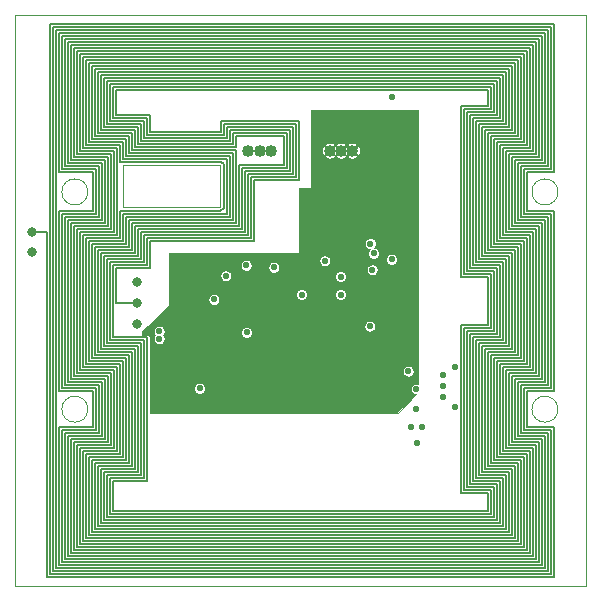
<source format=gbr>
%TF.GenerationSoftware,KiCad,Pcbnew,(5.1.4)-1*%
%TF.CreationDate,2019-10-25T20:37:58-07:00*%
%TF.ProjectId,SolarCellZ_v1,536f6c61-7243-4656-9c6c-5a5f76312e6b,rev?*%
%TF.SameCoordinates,Original*%
%TF.FileFunction,Copper,L4,Inr*%
%TF.FilePolarity,Positive*%
%FSLAX46Y46*%
G04 Gerber Fmt 4.6, Leading zero omitted, Abs format (unit mm)*
G04 Created by KiCad (PCBNEW (5.1.4)-1) date 2019-10-25 20:37:58*
%MOMM*%
%LPD*%
G04 APERTURE LIST*
%ADD10C,0.050000*%
%ADD11C,1.016000*%
%ADD12C,0.584200*%
%ADD13C,0.800000*%
%ADD14C,0.127000*%
%ADD15C,0.088900*%
G04 APERTURE END LIST*
D10*
X99200000Y-52750000D02*
X99200000Y-56250000D01*
X99200000Y-56250000D02*
X107400000Y-56250000D01*
X107400000Y-52750000D02*
X107400000Y-56250000D01*
X99200000Y-52750000D02*
X107400000Y-52750000D01*
X96200000Y-73400000D02*
G75*
G03X96200000Y-73400000I-1100000J0D01*
G01*
X136000000Y-73400000D02*
G75*
G03X136000000Y-73400000I-1100000J0D01*
G01*
X136000000Y-55000000D02*
G75*
G03X136000000Y-55000000I-1100000J0D01*
G01*
X96200000Y-55000000D02*
G75*
G03X96200000Y-55000000I-1100000J0D01*
G01*
X138400000Y-88400000D02*
X90000000Y-88400000D01*
X90000000Y-88400000D02*
X90000000Y-40000000D01*
X138400000Y-40000000D02*
X138400000Y-88400000D01*
X90000000Y-40000000D02*
X138400000Y-40000000D01*
D11*
X116700000Y-51500000D03*
X117650000Y-51500000D03*
X111700000Y-51500000D03*
X110750000Y-51500000D03*
X118600000Y-51500000D03*
X109800000Y-51500000D03*
D12*
X126301500Y-71437500D03*
X124015500Y-71691500D03*
X120268110Y-61604791D03*
X120078500Y-66357500D03*
X127254000Y-69786500D03*
X123317000Y-70167500D03*
X107032512Y-65473693D03*
X109654340Y-64046100D03*
X113411000Y-70548500D03*
X110253760Y-64708256D03*
X108983760Y-64708256D03*
X110261400Y-63439040D03*
X108983760Y-63463656D03*
X122237500Y-62357000D03*
X123253500Y-62357000D03*
X122301000Y-73088500D03*
X127254000Y-73215500D03*
X126301500Y-70485000D03*
X120111294Y-59382647D03*
X126238000Y-72390000D03*
X120396000Y-60198000D03*
X121920000Y-60706000D03*
X121920000Y-46990000D03*
X124015500Y-73406000D03*
X117602000Y-62166500D03*
X116268500Y-60833000D03*
X109644160Y-66892656D03*
X107886500Y-62103000D03*
X114299990Y-63690500D03*
X124045117Y-76257156D03*
X117602000Y-63690500D03*
X109601000Y-61214000D03*
X111950500Y-61380850D03*
X105664000Y-71628000D03*
X106874656Y-64098656D03*
X102235000Y-67437000D03*
X102235000Y-66802000D03*
D13*
X91440000Y-58420000D03*
X91440000Y-60071000D03*
X100330000Y-64389000D03*
X100330000Y-62611000D03*
X100330000Y-66167000D03*
D12*
X124523500Y-74866500D03*
X123571000Y-74866500D03*
D14*
X98552000Y-64389000D02*
X100330000Y-64389000D01*
X98552000Y-61468000D02*
X98552000Y-64389000D01*
X101473000Y-61468000D02*
X98552000Y-61468000D01*
X101473000Y-59182000D02*
X101473000Y-61468000D01*
X110236000Y-59182000D02*
X101473000Y-59182000D01*
X110236000Y-53975000D02*
X110236000Y-59182000D01*
X114046000Y-53975000D02*
X110236000Y-53975000D01*
X114046000Y-49022000D02*
X114046000Y-53975000D01*
X107442000Y-49022000D02*
X114046000Y-49022000D01*
X107442000Y-49911000D02*
X107442000Y-49022000D01*
X101473000Y-49911000D02*
X107442000Y-49911000D01*
X101473000Y-48514000D02*
X101473000Y-49911000D01*
X98552000Y-48514000D02*
X101473000Y-48514000D01*
X98552000Y-46355000D02*
X98552000Y-48514000D01*
X130048000Y-46355000D02*
X98552000Y-46355000D01*
X130048000Y-47752000D02*
X130048000Y-46355000D01*
X127762000Y-47752000D02*
X130048000Y-47752000D01*
X127762000Y-62230000D02*
X127762000Y-47752000D01*
X130048000Y-62230000D02*
X127762000Y-62230000D01*
X130048000Y-66294000D02*
X130048000Y-62230000D01*
X127762000Y-66294000D02*
X130048000Y-66294000D01*
X127762000Y-80518000D02*
X127762000Y-66294000D01*
X130048000Y-80518000D02*
X127762000Y-80518000D01*
X130048000Y-82042000D02*
X130048000Y-80518000D01*
X98298000Y-82042000D02*
X130048000Y-82042000D01*
X98298000Y-79502000D02*
X98298000Y-82042000D01*
X101219000Y-79502000D02*
X98298000Y-79502000D01*
X101219000Y-67310000D02*
X101219000Y-79502000D01*
X98298000Y-67310000D02*
X101219000Y-67310000D01*
X98298000Y-61214000D02*
X98298000Y-67310000D01*
X101219000Y-61214000D02*
X98298000Y-61214000D01*
X101219000Y-58928000D02*
X101219000Y-61214000D01*
X109982000Y-58928000D02*
X101219000Y-58928000D01*
X109982000Y-53721000D02*
X109982000Y-58928000D01*
X113792000Y-53721000D02*
X109982000Y-53721000D01*
X113792000Y-49276000D02*
X113792000Y-53721000D01*
X107696000Y-49276000D02*
X113792000Y-49276000D01*
X107696000Y-50165000D02*
X107696000Y-49276000D01*
X101219000Y-50165000D02*
X107696000Y-50165000D01*
X101219000Y-48768000D02*
X101219000Y-50165000D01*
X98298000Y-48768000D02*
X101219000Y-48768000D01*
X98298000Y-46101000D02*
X98298000Y-48768000D01*
X130302000Y-46101000D02*
X98298000Y-46101000D01*
X130302000Y-48006000D02*
X130302000Y-46101000D01*
X128016000Y-48006000D02*
X130302000Y-48006000D01*
X128016000Y-61976000D02*
X128016000Y-48006000D01*
X130302000Y-61976000D02*
X128016000Y-61976000D01*
X130302000Y-66548000D02*
X130302000Y-61976000D01*
X128016000Y-66548000D02*
X130302000Y-66548000D01*
X128016000Y-80264000D02*
X128016000Y-66548000D01*
X130302000Y-80264000D02*
X128016000Y-80264000D01*
X130302000Y-82296000D02*
X130302000Y-80264000D01*
X98044000Y-82296000D02*
X130302000Y-82296000D01*
X98044000Y-79248000D02*
X98044000Y-82296000D01*
X100965000Y-79248000D02*
X98044000Y-79248000D01*
X100965000Y-67564000D02*
X100965000Y-79248000D01*
X98044000Y-67564000D02*
X100965000Y-67564000D01*
X98044000Y-60960000D02*
X98044000Y-67564000D01*
X100965000Y-60960000D02*
X98044000Y-60960000D01*
X100965000Y-58674000D02*
X100965000Y-60960000D01*
X109728000Y-58674000D02*
X100965000Y-58674000D01*
X109728000Y-53467000D02*
X109728000Y-58674000D01*
X113538000Y-53467000D02*
X109728000Y-53467000D01*
X113538000Y-49530000D02*
X113538000Y-53467000D01*
X107950000Y-49530000D02*
X113538000Y-49530000D01*
X107950000Y-50419000D02*
X107950000Y-49530000D01*
X100965000Y-50419000D02*
X107950000Y-50419000D01*
X100965000Y-49022000D02*
X100965000Y-50419000D01*
X98044000Y-49022000D02*
X100965000Y-49022000D01*
X98044000Y-45847000D02*
X98044000Y-49022000D01*
X130556000Y-45847000D02*
X98044000Y-45847000D01*
X130556000Y-48260000D02*
X130556000Y-45847000D01*
X128270000Y-48260000D02*
X130556000Y-48260000D01*
X128270000Y-61722000D02*
X128270000Y-48260000D01*
X130556000Y-61722000D02*
X128270000Y-61722000D01*
X130556000Y-66802000D02*
X130556000Y-61722000D01*
X128270000Y-66802000D02*
X130556000Y-66802000D01*
X128270000Y-80010000D02*
X128270000Y-66802000D01*
X130556000Y-80010000D02*
X128270000Y-80010000D01*
X130556000Y-82550000D02*
X130556000Y-80010000D01*
X97790000Y-82550000D02*
X130556000Y-82550000D01*
X97790000Y-78994000D02*
X97790000Y-82550000D01*
X100711000Y-78994000D02*
X97790000Y-78994000D01*
X100711000Y-67818000D02*
X100711000Y-78994000D01*
X97790000Y-67818000D02*
X100711000Y-67818000D01*
X97790000Y-60706000D02*
X97790000Y-67818000D01*
X100711000Y-60706000D02*
X97790000Y-60706000D01*
X100711000Y-58420000D02*
X100711000Y-60706000D01*
X109474000Y-58420000D02*
X100711000Y-58420000D01*
X109474000Y-53213000D02*
X109474000Y-58420000D01*
X113284000Y-53213000D02*
X109474000Y-53213000D01*
X113284000Y-49784000D02*
X113284000Y-53213000D01*
X108204000Y-49784000D02*
X113284000Y-49784000D01*
X108204000Y-50673000D02*
X108204000Y-49784000D01*
X100711000Y-50673000D02*
X108204000Y-50673000D01*
X100711000Y-49276000D02*
X100711000Y-50673000D01*
X97790000Y-49276000D02*
X100711000Y-49276000D01*
X97790000Y-45593000D02*
X97790000Y-49276000D01*
X130810000Y-45593000D02*
X97790000Y-45593000D01*
X130810000Y-48514000D02*
X130810000Y-45593000D01*
X128524000Y-48514000D02*
X130810000Y-48514000D01*
X128524000Y-61468000D02*
X128524000Y-48514000D01*
X130810000Y-61468000D02*
X128524000Y-61468000D01*
X130810000Y-67056000D02*
X130810000Y-61468000D01*
X128524000Y-67056000D02*
X130810000Y-67056000D01*
X128524000Y-79756000D02*
X128524000Y-67056000D01*
X130810000Y-79756000D02*
X128524000Y-79756000D01*
X130810000Y-82804000D02*
X130810000Y-79756000D01*
X97536000Y-82804000D02*
X130810000Y-82804000D01*
X97536000Y-78740000D02*
X97536000Y-82804000D01*
X100457000Y-78740000D02*
X97536000Y-78740000D01*
X100457000Y-68072000D02*
X100457000Y-78740000D01*
X97536000Y-68072000D02*
X100457000Y-68072000D01*
X97536000Y-60452000D02*
X97536000Y-68072000D01*
X100457000Y-60452000D02*
X97536000Y-60452000D01*
X100457000Y-58166000D02*
X100457000Y-60452000D01*
X109220000Y-58166000D02*
X100457000Y-58166000D01*
X109220000Y-52959000D02*
X109220000Y-58166000D01*
X113030000Y-52959000D02*
X109220000Y-52959000D01*
X113030000Y-50038000D02*
X113030000Y-52959000D01*
X108458000Y-50038000D02*
X113030000Y-50038000D01*
X108458000Y-50927000D02*
X108458000Y-50038000D01*
X100457000Y-50927000D02*
X108458000Y-50927000D01*
X100457000Y-49530000D02*
X100457000Y-50927000D01*
X97536000Y-49530000D02*
X100457000Y-49530000D01*
X97536000Y-45339000D02*
X97536000Y-49530000D01*
X131064000Y-45339000D02*
X97536000Y-45339000D01*
X131064000Y-48768000D02*
X131064000Y-45339000D01*
X128778000Y-48768000D02*
X131064000Y-48768000D01*
X128778000Y-61214000D02*
X128778000Y-48768000D01*
X131064000Y-61214000D02*
X128778000Y-61214000D01*
X131064000Y-67310000D02*
X131064000Y-61214000D01*
X128778000Y-67310000D02*
X131064000Y-67310000D01*
X128778000Y-79502000D02*
X128778000Y-67310000D01*
X131064000Y-79502000D02*
X128778000Y-79502000D01*
X131064000Y-83058000D02*
X131064000Y-79502000D01*
X97282000Y-83058000D02*
X131064000Y-83058000D01*
X97282000Y-78486000D02*
X97282000Y-83058000D01*
X100203000Y-78486000D02*
X97282000Y-78486000D01*
X100203000Y-68326000D02*
X100203000Y-78486000D01*
X97282000Y-68326000D02*
X100203000Y-68326000D01*
X97282000Y-60198000D02*
X97282000Y-68326000D01*
X100203000Y-60198000D02*
X97282000Y-60198000D01*
X100203000Y-57912000D02*
X100203000Y-60198000D01*
X108966000Y-57912000D02*
X100203000Y-57912000D01*
X108966000Y-52705000D02*
X108966000Y-57912000D01*
X112776000Y-52705000D02*
X108966000Y-52705000D01*
X112776000Y-50292000D02*
X112776000Y-52705000D01*
X108712000Y-50292000D02*
X112776000Y-50292000D01*
X108712000Y-51181000D02*
X108712000Y-50292000D01*
X100203000Y-51181000D02*
X108712000Y-51181000D01*
X100203000Y-49784000D02*
X100203000Y-51181000D01*
X97282000Y-49784000D02*
X100203000Y-49784000D01*
X97282000Y-45085000D02*
X97282000Y-49784000D01*
X131318000Y-45085000D02*
X97282000Y-45085000D01*
X131318000Y-49022000D02*
X131318000Y-45085000D01*
X129032000Y-49022000D02*
X131318000Y-49022000D01*
X129032000Y-60960000D02*
X129032000Y-49022000D01*
X131318000Y-60960000D02*
X129032000Y-60960000D01*
X131318000Y-67564000D02*
X131318000Y-60960000D01*
X129032000Y-67564000D02*
X131318000Y-67564000D01*
X129032000Y-79248000D02*
X129032000Y-67564000D01*
X131318000Y-79248000D02*
X129032000Y-79248000D01*
X131318000Y-83312000D02*
X131318000Y-79248000D01*
X97028000Y-83312000D02*
X131318000Y-83312000D01*
X97028000Y-78232000D02*
X97028000Y-83312000D01*
X99949000Y-78232000D02*
X97028000Y-78232000D01*
X99949000Y-68580000D02*
X99949000Y-78232000D01*
X97028000Y-68580000D02*
X99949000Y-68580000D01*
X133350000Y-69596000D02*
X133350000Y-58928000D01*
X131064000Y-69596000D02*
X133350000Y-69596000D01*
X131064000Y-77216000D02*
X131064000Y-69596000D01*
X133350000Y-77216000D02*
X131064000Y-77216000D01*
X94996000Y-76200000D02*
X94996000Y-85344000D01*
X97917000Y-52070000D02*
X97917000Y-57912000D01*
X94996000Y-52070000D02*
X97917000Y-52070000D01*
X94996000Y-42799000D02*
X94996000Y-52070000D01*
X133604000Y-42799000D02*
X94996000Y-42799000D01*
X133604000Y-51308000D02*
X133604000Y-42799000D01*
X131318000Y-51308000D02*
X133604000Y-51308000D01*
X131318000Y-58674000D02*
X131318000Y-51308000D01*
X133604000Y-69850000D02*
X133604000Y-58674000D01*
X131318000Y-69850000D02*
X133604000Y-69850000D01*
X131318000Y-76962000D02*
X131318000Y-69850000D01*
X133604000Y-85598000D02*
X133604000Y-76962000D01*
X94742000Y-85598000D02*
X133604000Y-85598000D01*
X94742000Y-75946000D02*
X94742000Y-85598000D01*
X97663000Y-75946000D02*
X94742000Y-75946000D01*
X97663000Y-70866000D02*
X97663000Y-75946000D01*
X94742000Y-70866000D02*
X97663000Y-70866000D01*
X94742000Y-57658000D02*
X94742000Y-70866000D01*
X97663000Y-57658000D02*
X94742000Y-57658000D01*
X97663000Y-52324000D02*
X97663000Y-57658000D01*
X94742000Y-52324000D02*
X97663000Y-52324000D01*
X94742000Y-42545000D02*
X94742000Y-52324000D01*
X133858000Y-51562000D02*
X133858000Y-42545000D01*
X131572000Y-51562000D02*
X133858000Y-51562000D01*
X131572000Y-58420000D02*
X131572000Y-51562000D01*
X133858000Y-58420000D02*
X131572000Y-58420000D01*
X133858000Y-70104000D02*
X133858000Y-58420000D01*
X131572000Y-70104000D02*
X133858000Y-70104000D01*
X131572000Y-76708000D02*
X131572000Y-70104000D01*
X133858000Y-76708000D02*
X131572000Y-76708000D01*
X133858000Y-85852000D02*
X133858000Y-76708000D01*
X94488000Y-85852000D02*
X133858000Y-85852000D01*
X94488000Y-75692000D02*
X94488000Y-85852000D01*
X97409000Y-75692000D02*
X94488000Y-75692000D01*
X97409000Y-71120000D02*
X97409000Y-75692000D01*
X97409000Y-57404000D02*
X94488000Y-57404000D01*
X97409000Y-52578000D02*
X97409000Y-57404000D01*
X94488000Y-52578000D02*
X97409000Y-52578000D01*
X94488000Y-42291000D02*
X94488000Y-52578000D01*
X134112000Y-51816000D02*
X134112000Y-42291000D01*
X131826000Y-51816000D02*
X134112000Y-51816000D01*
X131826000Y-58166000D02*
X131826000Y-51816000D01*
X134112000Y-58166000D02*
X131826000Y-58166000D01*
X134112000Y-70358000D02*
X134112000Y-58166000D01*
X131826000Y-70358000D02*
X134112000Y-70358000D01*
X131826000Y-76454000D02*
X131826000Y-70358000D01*
X134112000Y-76454000D02*
X131826000Y-76454000D01*
X134112000Y-86106000D02*
X134112000Y-76454000D01*
X94234000Y-86106000D02*
X134112000Y-86106000D01*
X94234000Y-75438000D02*
X94234000Y-86106000D01*
X97155000Y-75438000D02*
X94234000Y-75438000D01*
X94234000Y-71374000D02*
X97155000Y-71374000D01*
X94234000Y-57150000D02*
X94234000Y-71374000D01*
X97155000Y-57150000D02*
X94234000Y-57150000D01*
X97155000Y-52832000D02*
X97155000Y-57150000D01*
X94234000Y-52832000D02*
X97155000Y-52832000D01*
X94234000Y-42037000D02*
X94234000Y-52832000D01*
X134366000Y-42037000D02*
X94234000Y-42037000D01*
X133350000Y-85344000D02*
X133350000Y-77216000D01*
X134366000Y-52070000D02*
X134366000Y-42037000D01*
X132080000Y-52070000D02*
X134366000Y-52070000D01*
X132080000Y-57912000D02*
X132080000Y-52070000D01*
X134366000Y-57912000D02*
X132080000Y-57912000D01*
X134366000Y-70612000D02*
X134366000Y-57912000D01*
X97917000Y-57912000D02*
X94996000Y-57912000D01*
X132080000Y-70612000D02*
X134366000Y-70612000D01*
X132080000Y-76200000D02*
X132080000Y-70612000D01*
X134366000Y-76200000D02*
X132080000Y-76200000D01*
X94996000Y-85344000D02*
X133350000Y-85344000D01*
X134366000Y-86360000D02*
X134366000Y-76200000D01*
X93980000Y-86360000D02*
X134366000Y-86360000D01*
X135128000Y-52832000D02*
X135128000Y-41275000D01*
X135128000Y-57150000D02*
X132842000Y-57150000D01*
X135128000Y-71374000D02*
X135128000Y-57150000D01*
X135128000Y-75438000D02*
X132842000Y-75438000D01*
X133096000Y-53086000D02*
X135382000Y-53086000D01*
X133096000Y-56896000D02*
X133096000Y-53086000D01*
X135382000Y-71628000D02*
X135382000Y-56896000D01*
X133096000Y-71628000D02*
X135382000Y-71628000D01*
X134620000Y-57658000D02*
X132334000Y-57658000D01*
X135128000Y-87122000D02*
X135128000Y-75438000D01*
X133096000Y-75184000D02*
X133096000Y-71628000D01*
X99949000Y-57658000D02*
X99949000Y-59944000D01*
X132842000Y-57150000D02*
X132842000Y-52832000D01*
X135382000Y-75184000D02*
X133096000Y-75184000D01*
X96774000Y-59690000D02*
X96774000Y-68834000D01*
X93218000Y-41021000D02*
X93218000Y-87122000D01*
X135382000Y-41021000D02*
X93218000Y-41021000D01*
X97155000Y-71374000D02*
X97155000Y-75438000D01*
X135382000Y-56896000D02*
X133096000Y-56896000D01*
X131572000Y-78994000D02*
X129286000Y-78994000D01*
X133350000Y-74930000D02*
X133350000Y-71882000D01*
X97028000Y-59944000D02*
X97028000Y-68580000D01*
X96647000Y-71882000D02*
X96647000Y-74930000D01*
X135636000Y-87630000D02*
X135636000Y-74930000D01*
X131826000Y-83820000D02*
X131826000Y-78740000D01*
X132588000Y-52578000D02*
X134874000Y-52578000D01*
X91440000Y-58420000D02*
X92710000Y-58420000D01*
X108204000Y-57150000D02*
X99441000Y-57150000D01*
X132842000Y-52832000D02*
X135128000Y-52832000D01*
X93218000Y-87122000D02*
X135128000Y-87122000D01*
X92710000Y-58420000D02*
X92710000Y-87630000D01*
X135636000Y-74930000D02*
X133350000Y-74930000D01*
X94488000Y-71120000D02*
X97409000Y-71120000D01*
X133350000Y-71882000D02*
X135636000Y-71882000D01*
X99441000Y-57150000D02*
X99441000Y-59436000D01*
X93726000Y-41529000D02*
X93726000Y-53340000D01*
X132842000Y-75438000D02*
X132842000Y-71374000D01*
X133858000Y-42545000D02*
X94742000Y-42545000D01*
X133350000Y-53340000D02*
X135636000Y-53340000D01*
X96520000Y-83820000D02*
X131826000Y-83820000D01*
X135636000Y-71882000D02*
X135636000Y-56642000D01*
X94488000Y-57404000D02*
X94488000Y-71120000D01*
X135382000Y-53086000D02*
X135382000Y-41021000D01*
X99441000Y-77724000D02*
X96520000Y-77724000D01*
X96647000Y-74930000D02*
X93726000Y-74930000D01*
X92964000Y-87376000D02*
X135382000Y-87376000D01*
X99695000Y-68834000D02*
X99695000Y-77978000D01*
X93980000Y-41783000D02*
X93980000Y-53086000D01*
X135636000Y-56642000D02*
X133350000Y-56642000D01*
X99695000Y-57404000D02*
X99695000Y-59690000D01*
X93980000Y-56896000D02*
X93980000Y-71628000D01*
X132842000Y-71374000D02*
X135128000Y-71374000D01*
X133350000Y-56642000D02*
X133350000Y-53340000D01*
X135636000Y-40767000D02*
X92964000Y-40767000D01*
X134112000Y-42291000D02*
X94488000Y-42291000D01*
X92710000Y-87630000D02*
X135636000Y-87630000D01*
X99695000Y-51689000D02*
X108458000Y-51689000D01*
X93726000Y-86614000D02*
X134620000Y-86614000D01*
X97917000Y-76200000D02*
X94996000Y-76200000D01*
X135636000Y-53340000D02*
X135636000Y-40767000D01*
X133604000Y-76962000D02*
X131318000Y-76962000D01*
X92964000Y-40767000D02*
X92964000Y-87376000D01*
X131572000Y-44831000D02*
X97028000Y-44831000D01*
X134874000Y-86868000D02*
X134874000Y-75692000D01*
X133604000Y-58674000D02*
X131318000Y-58674000D01*
X135382000Y-87376000D02*
X135382000Y-75184000D01*
X96520000Y-50546000D02*
X99441000Y-50546000D01*
X94996000Y-57912000D02*
X94996000Y-70612000D01*
X135128000Y-41275000D02*
X93472000Y-41275000D01*
X94996000Y-70612000D02*
X97917000Y-70612000D01*
X93472000Y-41275000D02*
X93472000Y-86868000D01*
X93472000Y-86868000D02*
X134874000Y-86868000D01*
X134874000Y-75692000D02*
X132588000Y-75692000D01*
X132588000Y-75692000D02*
X132588000Y-71120000D01*
X132588000Y-71120000D02*
X134874000Y-71120000D01*
X97917000Y-70612000D02*
X97917000Y-76200000D01*
X134874000Y-71120000D02*
X134874000Y-57404000D01*
X134874000Y-57404000D02*
X132588000Y-57404000D01*
X132588000Y-57404000D02*
X132588000Y-52578000D01*
X134874000Y-52578000D02*
X134874000Y-41529000D01*
X134874000Y-41529000D02*
X93726000Y-41529000D01*
X93726000Y-53340000D02*
X96647000Y-53340000D01*
X96647000Y-53340000D02*
X96647000Y-56642000D01*
X96647000Y-56642000D02*
X93726000Y-56642000D01*
X93726000Y-56642000D02*
X93726000Y-71882000D01*
X93726000Y-71882000D02*
X96647000Y-71882000D01*
X93726000Y-74930000D02*
X93726000Y-86614000D01*
X134620000Y-86614000D02*
X134620000Y-75946000D01*
X133350000Y-58928000D02*
X131064000Y-58928000D01*
X134620000Y-75946000D02*
X132334000Y-75946000D01*
X132334000Y-75946000D02*
X132334000Y-70866000D01*
X132334000Y-70866000D02*
X134620000Y-70866000D01*
X134620000Y-70866000D02*
X134620000Y-57658000D01*
X132334000Y-57658000D02*
X132334000Y-52324000D01*
X131064000Y-58928000D02*
X131064000Y-51054000D01*
X132334000Y-52324000D02*
X134620000Y-52324000D01*
X134620000Y-52324000D02*
X134620000Y-41783000D01*
X134620000Y-41783000D02*
X93980000Y-41783000D01*
X93980000Y-53086000D02*
X96901000Y-53086000D01*
X96901000Y-53086000D02*
X96901000Y-56896000D01*
X96901000Y-56896000D02*
X93980000Y-56896000D01*
X93980000Y-71628000D02*
X96901000Y-71628000D01*
X96901000Y-71628000D02*
X96901000Y-75184000D01*
X96901000Y-75184000D02*
X93980000Y-75184000D01*
X93980000Y-75184000D02*
X93980000Y-86360000D01*
X131064000Y-51054000D02*
X133350000Y-51054000D01*
X133350000Y-51054000D02*
X133350000Y-43053000D01*
X133350000Y-43053000D02*
X95250000Y-43053000D01*
X95250000Y-43053000D02*
X95250000Y-51816000D01*
X95250000Y-51816000D02*
X98171000Y-51816000D01*
X98171000Y-51816000D02*
X98171000Y-58166000D01*
X98171000Y-58166000D02*
X95250000Y-58166000D01*
X95250000Y-58166000D02*
X95250000Y-70358000D01*
X95250000Y-70358000D02*
X98171000Y-70358000D01*
X98171000Y-70358000D02*
X98171000Y-76454000D01*
X98171000Y-76454000D02*
X95250000Y-76454000D01*
X95250000Y-76454000D02*
X95250000Y-85090000D01*
X95250000Y-85090000D02*
X133096000Y-85090000D01*
X133096000Y-85090000D02*
X133096000Y-77470000D01*
X133096000Y-77470000D02*
X130810000Y-77470000D01*
X130810000Y-77470000D02*
X130810000Y-69342000D01*
X130810000Y-69342000D02*
X133096000Y-69342000D01*
X133096000Y-69342000D02*
X133096000Y-59182000D01*
X133096000Y-59182000D02*
X130810000Y-59182000D01*
X130810000Y-59182000D02*
X130810000Y-50800000D01*
X130810000Y-50800000D02*
X133096000Y-50800000D01*
X133096000Y-50800000D02*
X133096000Y-43307000D01*
X133096000Y-43307000D02*
X95504000Y-43307000D01*
X95504000Y-43307000D02*
X95504000Y-51562000D01*
X95504000Y-51562000D02*
X98425000Y-51562000D01*
X98425000Y-51562000D02*
X98425000Y-58420000D01*
X98425000Y-58420000D02*
X95504000Y-58420000D01*
X95504000Y-58420000D02*
X95504000Y-70104000D01*
X95504000Y-70104000D02*
X98425000Y-70104000D01*
X98425000Y-70104000D02*
X98425000Y-76708000D01*
X98425000Y-76708000D02*
X95504000Y-76708000D01*
X95504000Y-76708000D02*
X95504000Y-84836000D01*
X95504000Y-84836000D02*
X132842000Y-84836000D01*
X132842000Y-84836000D02*
X132842000Y-77724000D01*
X132842000Y-77724000D02*
X130556000Y-77724000D01*
X130556000Y-77724000D02*
X130556000Y-69088000D01*
X130556000Y-69088000D02*
X132842000Y-69088000D01*
X132842000Y-69088000D02*
X132842000Y-59436000D01*
X132842000Y-59436000D02*
X130556000Y-59436000D01*
X130556000Y-59436000D02*
X130556000Y-50546000D01*
X130556000Y-50546000D02*
X132842000Y-50546000D01*
X132842000Y-50546000D02*
X132842000Y-43561000D01*
X132842000Y-43561000D02*
X95758000Y-43561000D01*
X95758000Y-43561000D02*
X95758000Y-51308000D01*
X95758000Y-51308000D02*
X98679000Y-51308000D01*
X98679000Y-51308000D02*
X98679000Y-58674000D01*
X98679000Y-58674000D02*
X95758000Y-58674000D01*
X95758000Y-58674000D02*
X95758000Y-69850000D01*
X95758000Y-69850000D02*
X98679000Y-69850000D01*
X98679000Y-69850000D02*
X98679000Y-76962000D01*
X98679000Y-76962000D02*
X95758000Y-76962000D01*
X95758000Y-76962000D02*
X95758000Y-84582000D01*
X95758000Y-84582000D02*
X132588000Y-84582000D01*
X132588000Y-84582000D02*
X132588000Y-77978000D01*
X132588000Y-77978000D02*
X130302000Y-77978000D01*
X130302000Y-77978000D02*
X130302000Y-68834000D01*
X130302000Y-68834000D02*
X132588000Y-68834000D01*
X132588000Y-68834000D02*
X132588000Y-59690000D01*
X132588000Y-59690000D02*
X130302000Y-59690000D01*
X130302000Y-59690000D02*
X130302000Y-50292000D01*
X130302000Y-50292000D02*
X132588000Y-50292000D01*
X132588000Y-50292000D02*
X132588000Y-43815000D01*
X132588000Y-43815000D02*
X96012000Y-43815000D01*
X96012000Y-43815000D02*
X96012000Y-51054000D01*
X96012000Y-51054000D02*
X98933000Y-51054000D01*
X98933000Y-51054000D02*
X98933000Y-52451000D01*
X98933000Y-52451000D02*
X107509014Y-52451000D01*
X107509014Y-52451000D02*
X107688510Y-52630496D01*
X107688510Y-52630496D02*
X107688510Y-56369504D01*
X107688510Y-56369504D02*
X107416014Y-56642000D01*
X107416014Y-56642000D02*
X98933000Y-56642000D01*
X98933000Y-56642000D02*
X98933000Y-58928000D01*
X98933000Y-58928000D02*
X96012000Y-58928000D01*
X96012000Y-58928000D02*
X96012000Y-69596000D01*
X96012000Y-69596000D02*
X98933000Y-69596000D01*
X98933000Y-69596000D02*
X98933000Y-77216000D01*
X98933000Y-77216000D02*
X96012000Y-77216000D01*
X96012000Y-77216000D02*
X96012000Y-84328000D01*
X96012000Y-84328000D02*
X132334000Y-84328000D01*
X132334000Y-84328000D02*
X132334000Y-78232000D01*
X132334000Y-78232000D02*
X130048000Y-78232000D01*
X130048000Y-78232000D02*
X130048000Y-68580000D01*
X130048000Y-68580000D02*
X132334000Y-68580000D01*
X132334000Y-68580000D02*
X132334000Y-59944000D01*
X132334000Y-59944000D02*
X130048000Y-59944000D01*
X130048000Y-59944000D02*
X130048000Y-50038000D01*
X130048000Y-50038000D02*
X132334000Y-50038000D01*
X132334000Y-50038000D02*
X132334000Y-44069000D01*
X132334000Y-44069000D02*
X96266000Y-44069000D01*
X96266000Y-44069000D02*
X96266000Y-50800000D01*
X96266000Y-50800000D02*
X99187000Y-50800000D01*
X99187000Y-50800000D02*
X99187000Y-52197000D01*
X99187000Y-52197000D02*
X107950000Y-52197000D01*
X107950000Y-52197000D02*
X107950000Y-56896000D01*
X107950000Y-56896000D02*
X99187000Y-56896000D01*
X99187000Y-56896000D02*
X99187000Y-59182000D01*
X99187000Y-59182000D02*
X96266000Y-59182000D01*
X96266000Y-59182000D02*
X96266000Y-69342000D01*
X96266000Y-69342000D02*
X99187000Y-69342000D01*
X99187000Y-69342000D02*
X99187000Y-77470000D01*
X99187000Y-77470000D02*
X96266000Y-77470000D01*
X96266000Y-77470000D02*
X96266000Y-84074000D01*
X96266000Y-84074000D02*
X132080000Y-84074000D01*
X132080000Y-84074000D02*
X132080000Y-78486000D01*
X132080000Y-78486000D02*
X129794000Y-78486000D01*
X129794000Y-78486000D02*
X129794000Y-68326000D01*
X129794000Y-68326000D02*
X132080000Y-68326000D01*
X132080000Y-68326000D02*
X132080000Y-60198000D01*
X132080000Y-60198000D02*
X129794000Y-60198000D01*
X129794000Y-60198000D02*
X129794000Y-49784000D01*
X129794000Y-49784000D02*
X132080000Y-49784000D01*
X132080000Y-49784000D02*
X132080000Y-44323000D01*
X132080000Y-44323000D02*
X96520000Y-44323000D01*
X96520000Y-44323000D02*
X96520000Y-50546000D01*
X99441000Y-50546000D02*
X99441000Y-51943000D01*
X99441000Y-51943000D02*
X108204000Y-51943000D01*
X108204000Y-51943000D02*
X108204000Y-57150000D01*
X99441000Y-59436000D02*
X96520000Y-59436000D01*
X96520000Y-59436000D02*
X96520000Y-69088000D01*
X96520000Y-69088000D02*
X99441000Y-69088000D01*
X99441000Y-69088000D02*
X99441000Y-77724000D01*
X96520000Y-77724000D02*
X96520000Y-83820000D01*
X131826000Y-78740000D02*
X129540000Y-78740000D01*
X129540000Y-78740000D02*
X129540000Y-68072000D01*
X129540000Y-68072000D02*
X131826000Y-68072000D01*
X131826000Y-68072000D02*
X131826000Y-60452000D01*
X131826000Y-60452000D02*
X129540000Y-60452000D01*
X129540000Y-60452000D02*
X129540000Y-49530000D01*
X129540000Y-49530000D02*
X131826000Y-49530000D01*
X131826000Y-49530000D02*
X131826000Y-44577000D01*
X131826000Y-44577000D02*
X96774000Y-44577000D01*
X96774000Y-44577000D02*
X96774000Y-50292000D01*
X96774000Y-50292000D02*
X99695000Y-50292000D01*
X99695000Y-50292000D02*
X99695000Y-51689000D01*
X108458000Y-51689000D02*
X108458000Y-57404000D01*
X108458000Y-57404000D02*
X99695000Y-57404000D01*
X99695000Y-59690000D02*
X96774000Y-59690000D01*
X96774000Y-68834000D02*
X99695000Y-68834000D01*
X99695000Y-77978000D02*
X96774000Y-77978000D01*
X96774000Y-77978000D02*
X96774000Y-83566000D01*
X96774000Y-83566000D02*
X131572000Y-83566000D01*
X131572000Y-83566000D02*
X131572000Y-78994000D01*
X129286000Y-78994000D02*
X129286000Y-67818000D01*
X129286000Y-67818000D02*
X131572000Y-67818000D01*
X131572000Y-67818000D02*
X131572000Y-60706000D01*
X131572000Y-60706000D02*
X129286000Y-60706000D01*
X129286000Y-60706000D02*
X129286000Y-49276000D01*
X129286000Y-49276000D02*
X131572000Y-49276000D01*
X131572000Y-49276000D02*
X131572000Y-44831000D01*
X97028000Y-44831000D02*
X97028000Y-50038000D01*
X97028000Y-50038000D02*
X99949000Y-50038000D01*
X99949000Y-50038000D02*
X99949000Y-51435000D01*
X99949000Y-51435000D02*
X108712000Y-51435000D01*
X108712000Y-51435000D02*
X108712000Y-57658000D01*
X108712000Y-57658000D02*
X99949000Y-57658000D01*
X99949000Y-59944000D02*
X97028000Y-59944000D01*
D15*
G36*
X124161550Y-71250253D02*
G01*
X124150713Y-71245764D01*
X124061156Y-71227950D01*
X123969844Y-71227950D01*
X123880287Y-71245764D01*
X123795927Y-71280707D01*
X123720004Y-71331437D01*
X123655437Y-71396004D01*
X123604707Y-71471927D01*
X123569764Y-71556287D01*
X123551950Y-71645844D01*
X123551950Y-71737156D01*
X123569764Y-71826713D01*
X123604707Y-71911073D01*
X123655437Y-71986996D01*
X123720004Y-72051563D01*
X123795927Y-72102293D01*
X123880287Y-72137236D01*
X123946636Y-72150434D01*
X122472613Y-73679050D01*
X101453950Y-73679050D01*
X101453950Y-71582344D01*
X105200450Y-71582344D01*
X105200450Y-71673656D01*
X105218264Y-71763213D01*
X105253207Y-71847573D01*
X105303937Y-71923496D01*
X105368504Y-71988063D01*
X105444427Y-72038793D01*
X105528787Y-72073736D01*
X105618344Y-72091550D01*
X105709656Y-72091550D01*
X105799213Y-72073736D01*
X105883573Y-72038793D01*
X105959496Y-71988063D01*
X106024063Y-71923496D01*
X106074793Y-71847573D01*
X106109736Y-71763213D01*
X106127550Y-71673656D01*
X106127550Y-71582344D01*
X106109736Y-71492787D01*
X106074793Y-71408427D01*
X106024063Y-71332504D01*
X105959496Y-71267937D01*
X105883573Y-71217207D01*
X105799213Y-71182264D01*
X105709656Y-71164450D01*
X105618344Y-71164450D01*
X105528787Y-71182264D01*
X105444427Y-71217207D01*
X105368504Y-71267937D01*
X105303937Y-71332504D01*
X105253207Y-71408427D01*
X105218264Y-71492787D01*
X105200450Y-71582344D01*
X101453950Y-71582344D01*
X101453950Y-70121844D01*
X122853450Y-70121844D01*
X122853450Y-70213156D01*
X122871264Y-70302713D01*
X122906207Y-70387073D01*
X122956937Y-70462996D01*
X123021504Y-70527563D01*
X123097427Y-70578293D01*
X123181787Y-70613236D01*
X123271344Y-70631050D01*
X123362656Y-70631050D01*
X123452213Y-70613236D01*
X123536573Y-70578293D01*
X123612496Y-70527563D01*
X123677063Y-70462996D01*
X123727793Y-70387073D01*
X123762736Y-70302713D01*
X123780550Y-70213156D01*
X123780550Y-70121844D01*
X123762736Y-70032287D01*
X123727793Y-69947927D01*
X123677063Y-69872004D01*
X123612496Y-69807437D01*
X123536573Y-69756707D01*
X123452213Y-69721764D01*
X123362656Y-69703950D01*
X123271344Y-69703950D01*
X123181787Y-69721764D01*
X123097427Y-69756707D01*
X123021504Y-69807437D01*
X122956937Y-69872004D01*
X122906207Y-69947927D01*
X122871264Y-70032287D01*
X122853450Y-70121844D01*
X101453950Y-70121844D01*
X101453950Y-67321535D01*
X101455086Y-67310000D01*
X101450550Y-67263942D01*
X101437115Y-67219654D01*
X101415298Y-67178838D01*
X101385938Y-67143062D01*
X101350162Y-67113702D01*
X101309346Y-67091885D01*
X101265058Y-67078450D01*
X101230535Y-67075050D01*
X101219000Y-67073914D01*
X101207465Y-67075050D01*
X100818950Y-67075050D01*
X100818950Y-66757279D01*
X100819911Y-66756344D01*
X101771450Y-66756344D01*
X101771450Y-66847656D01*
X101789264Y-66937213D01*
X101824207Y-67021573D01*
X101874937Y-67097496D01*
X101896941Y-67119500D01*
X101874937Y-67141504D01*
X101824207Y-67217427D01*
X101789264Y-67301787D01*
X101771450Y-67391344D01*
X101771450Y-67482656D01*
X101789264Y-67572213D01*
X101824207Y-67656573D01*
X101874937Y-67732496D01*
X101939504Y-67797063D01*
X102015427Y-67847793D01*
X102099787Y-67882736D01*
X102189344Y-67900550D01*
X102280656Y-67900550D01*
X102370213Y-67882736D01*
X102454573Y-67847793D01*
X102530496Y-67797063D01*
X102595063Y-67732496D01*
X102645793Y-67656573D01*
X102680736Y-67572213D01*
X102698550Y-67482656D01*
X102698550Y-67391344D01*
X102680736Y-67301787D01*
X102645793Y-67217427D01*
X102595063Y-67141504D01*
X102573059Y-67119500D01*
X102595063Y-67097496D01*
X102645793Y-67021573D01*
X102680736Y-66937213D01*
X102698550Y-66847656D01*
X102698550Y-66847000D01*
X109180610Y-66847000D01*
X109180610Y-66938312D01*
X109198424Y-67027869D01*
X109233367Y-67112229D01*
X109284097Y-67188152D01*
X109348664Y-67252719D01*
X109424587Y-67303449D01*
X109508947Y-67338392D01*
X109598504Y-67356206D01*
X109689816Y-67356206D01*
X109779373Y-67338392D01*
X109863733Y-67303449D01*
X109939656Y-67252719D01*
X110004223Y-67188152D01*
X110054953Y-67112229D01*
X110089896Y-67027869D01*
X110107710Y-66938312D01*
X110107710Y-66847000D01*
X110089896Y-66757443D01*
X110054953Y-66673083D01*
X110004223Y-66597160D01*
X109939656Y-66532593D01*
X109863733Y-66481863D01*
X109779373Y-66446920D01*
X109689816Y-66429106D01*
X109598504Y-66429106D01*
X109508947Y-66446920D01*
X109424587Y-66481863D01*
X109348664Y-66532593D01*
X109284097Y-66597160D01*
X109233367Y-66673083D01*
X109198424Y-66757443D01*
X109180610Y-66847000D01*
X102698550Y-66847000D01*
X102698550Y-66756344D01*
X102680736Y-66666787D01*
X102645793Y-66582427D01*
X102595063Y-66506504D01*
X102530496Y-66441937D01*
X102454573Y-66391207D01*
X102370213Y-66356264D01*
X102280656Y-66338450D01*
X102189344Y-66338450D01*
X102099787Y-66356264D01*
X102015427Y-66391207D01*
X101939504Y-66441937D01*
X101874937Y-66506504D01*
X101824207Y-66582427D01*
X101789264Y-66666787D01*
X101771450Y-66756344D01*
X100819911Y-66756344D01*
X101277111Y-66311844D01*
X119614950Y-66311844D01*
X119614950Y-66403156D01*
X119632764Y-66492713D01*
X119667707Y-66577073D01*
X119718437Y-66652996D01*
X119783004Y-66717563D01*
X119858927Y-66768293D01*
X119943287Y-66803236D01*
X120032844Y-66821050D01*
X120124156Y-66821050D01*
X120213713Y-66803236D01*
X120298073Y-66768293D01*
X120373996Y-66717563D01*
X120438563Y-66652996D01*
X120489293Y-66577073D01*
X120524236Y-66492713D01*
X120542050Y-66403156D01*
X120542050Y-66311844D01*
X120524236Y-66222287D01*
X120489293Y-66137927D01*
X120438563Y-66062004D01*
X120373996Y-65997437D01*
X120298073Y-65946707D01*
X120213713Y-65911764D01*
X120124156Y-65893950D01*
X120032844Y-65893950D01*
X119943287Y-65911764D01*
X119858927Y-65946707D01*
X119783004Y-65997437D01*
X119718437Y-66062004D01*
X119667707Y-66137927D01*
X119632764Y-66222287D01*
X119614950Y-66311844D01*
X101277111Y-66311844D01*
X103091485Y-64547870D01*
X103097107Y-64541213D01*
X103101323Y-64533587D01*
X103103969Y-64525285D01*
X103104950Y-64516000D01*
X103104950Y-64053000D01*
X106411106Y-64053000D01*
X106411106Y-64144312D01*
X106428920Y-64233869D01*
X106463863Y-64318229D01*
X106514593Y-64394152D01*
X106579160Y-64458719D01*
X106655083Y-64509449D01*
X106739443Y-64544392D01*
X106829000Y-64562206D01*
X106920312Y-64562206D01*
X107009869Y-64544392D01*
X107094229Y-64509449D01*
X107170152Y-64458719D01*
X107234719Y-64394152D01*
X107285449Y-64318229D01*
X107320392Y-64233869D01*
X107338206Y-64144312D01*
X107338206Y-64053000D01*
X107320392Y-63963443D01*
X107285449Y-63879083D01*
X107234719Y-63803160D01*
X107170152Y-63738593D01*
X107094229Y-63687863D01*
X107009869Y-63652920D01*
X106969269Y-63644844D01*
X113836440Y-63644844D01*
X113836440Y-63736156D01*
X113854254Y-63825713D01*
X113889197Y-63910073D01*
X113939927Y-63985996D01*
X114004494Y-64050563D01*
X114080417Y-64101293D01*
X114164777Y-64136236D01*
X114254334Y-64154050D01*
X114345646Y-64154050D01*
X114435203Y-64136236D01*
X114519563Y-64101293D01*
X114595486Y-64050563D01*
X114660053Y-63985996D01*
X114710783Y-63910073D01*
X114745726Y-63825713D01*
X114763540Y-63736156D01*
X114763540Y-63644844D01*
X117138450Y-63644844D01*
X117138450Y-63736156D01*
X117156264Y-63825713D01*
X117191207Y-63910073D01*
X117241937Y-63985996D01*
X117306504Y-64050563D01*
X117382427Y-64101293D01*
X117466787Y-64136236D01*
X117556344Y-64154050D01*
X117647656Y-64154050D01*
X117737213Y-64136236D01*
X117821573Y-64101293D01*
X117897496Y-64050563D01*
X117962063Y-63985996D01*
X118012793Y-63910073D01*
X118047736Y-63825713D01*
X118065550Y-63736156D01*
X118065550Y-63644844D01*
X118047736Y-63555287D01*
X118012793Y-63470927D01*
X117962063Y-63395004D01*
X117897496Y-63330437D01*
X117821573Y-63279707D01*
X117737213Y-63244764D01*
X117647656Y-63226950D01*
X117556344Y-63226950D01*
X117466787Y-63244764D01*
X117382427Y-63279707D01*
X117306504Y-63330437D01*
X117241937Y-63395004D01*
X117191207Y-63470927D01*
X117156264Y-63555287D01*
X117138450Y-63644844D01*
X114763540Y-63644844D01*
X114745726Y-63555287D01*
X114710783Y-63470927D01*
X114660053Y-63395004D01*
X114595486Y-63330437D01*
X114519563Y-63279707D01*
X114435203Y-63244764D01*
X114345646Y-63226950D01*
X114254334Y-63226950D01*
X114164777Y-63244764D01*
X114080417Y-63279707D01*
X114004494Y-63330437D01*
X113939927Y-63395004D01*
X113889197Y-63470927D01*
X113854254Y-63555287D01*
X113836440Y-63644844D01*
X106969269Y-63644844D01*
X106920312Y-63635106D01*
X106829000Y-63635106D01*
X106739443Y-63652920D01*
X106655083Y-63687863D01*
X106579160Y-63738593D01*
X106514593Y-63803160D01*
X106463863Y-63879083D01*
X106428920Y-63963443D01*
X106411106Y-64053000D01*
X103104950Y-64053000D01*
X103104950Y-62057344D01*
X107422950Y-62057344D01*
X107422950Y-62148656D01*
X107440764Y-62238213D01*
X107475707Y-62322573D01*
X107526437Y-62398496D01*
X107591004Y-62463063D01*
X107666927Y-62513793D01*
X107751287Y-62548736D01*
X107840844Y-62566550D01*
X107932156Y-62566550D01*
X108021713Y-62548736D01*
X108106073Y-62513793D01*
X108181996Y-62463063D01*
X108246563Y-62398496D01*
X108297293Y-62322573D01*
X108332236Y-62238213D01*
X108350050Y-62148656D01*
X108350050Y-62120844D01*
X117138450Y-62120844D01*
X117138450Y-62212156D01*
X117156264Y-62301713D01*
X117191207Y-62386073D01*
X117241937Y-62461996D01*
X117306504Y-62526563D01*
X117382427Y-62577293D01*
X117466787Y-62612236D01*
X117556344Y-62630050D01*
X117647656Y-62630050D01*
X117737213Y-62612236D01*
X117821573Y-62577293D01*
X117897496Y-62526563D01*
X117962063Y-62461996D01*
X118012793Y-62386073D01*
X118047736Y-62301713D01*
X118065550Y-62212156D01*
X118065550Y-62120844D01*
X118047736Y-62031287D01*
X118012793Y-61946927D01*
X117962063Y-61871004D01*
X117897496Y-61806437D01*
X117821573Y-61755707D01*
X117737213Y-61720764D01*
X117647656Y-61702950D01*
X117556344Y-61702950D01*
X117466787Y-61720764D01*
X117382427Y-61755707D01*
X117306504Y-61806437D01*
X117241937Y-61871004D01*
X117191207Y-61946927D01*
X117156264Y-62031287D01*
X117138450Y-62120844D01*
X108350050Y-62120844D01*
X108350050Y-62057344D01*
X108332236Y-61967787D01*
X108297293Y-61883427D01*
X108246563Y-61807504D01*
X108181996Y-61742937D01*
X108106073Y-61692207D01*
X108021713Y-61657264D01*
X107932156Y-61639450D01*
X107840844Y-61639450D01*
X107751287Y-61657264D01*
X107666927Y-61692207D01*
X107591004Y-61742937D01*
X107526437Y-61807504D01*
X107475707Y-61883427D01*
X107440764Y-61967787D01*
X107422950Y-62057344D01*
X103104950Y-62057344D01*
X103104950Y-61168344D01*
X109137450Y-61168344D01*
X109137450Y-61259656D01*
X109155264Y-61349213D01*
X109190207Y-61433573D01*
X109240937Y-61509496D01*
X109305504Y-61574063D01*
X109381427Y-61624793D01*
X109465787Y-61659736D01*
X109555344Y-61677550D01*
X109646656Y-61677550D01*
X109736213Y-61659736D01*
X109820573Y-61624793D01*
X109896496Y-61574063D01*
X109961063Y-61509496D01*
X110011793Y-61433573D01*
X110046736Y-61349213D01*
X110049524Y-61335194D01*
X111486950Y-61335194D01*
X111486950Y-61426506D01*
X111504764Y-61516063D01*
X111539707Y-61600423D01*
X111590437Y-61676346D01*
X111655004Y-61740913D01*
X111730927Y-61791643D01*
X111815287Y-61826586D01*
X111904844Y-61844400D01*
X111996156Y-61844400D01*
X112085713Y-61826586D01*
X112170073Y-61791643D01*
X112245996Y-61740913D01*
X112310563Y-61676346D01*
X112361293Y-61600423D01*
X112378395Y-61559135D01*
X119804560Y-61559135D01*
X119804560Y-61650447D01*
X119822374Y-61740004D01*
X119857317Y-61824364D01*
X119908047Y-61900287D01*
X119972614Y-61964854D01*
X120048537Y-62015584D01*
X120132897Y-62050527D01*
X120222454Y-62068341D01*
X120313766Y-62068341D01*
X120403323Y-62050527D01*
X120487683Y-62015584D01*
X120563606Y-61964854D01*
X120628173Y-61900287D01*
X120678903Y-61824364D01*
X120713846Y-61740004D01*
X120731660Y-61650447D01*
X120731660Y-61559135D01*
X120713846Y-61469578D01*
X120678903Y-61385218D01*
X120628173Y-61309295D01*
X120563606Y-61244728D01*
X120487683Y-61193998D01*
X120403323Y-61159055D01*
X120313766Y-61141241D01*
X120222454Y-61141241D01*
X120132897Y-61159055D01*
X120048537Y-61193998D01*
X119972614Y-61244728D01*
X119908047Y-61309295D01*
X119857317Y-61385218D01*
X119822374Y-61469578D01*
X119804560Y-61559135D01*
X112378395Y-61559135D01*
X112396236Y-61516063D01*
X112414050Y-61426506D01*
X112414050Y-61335194D01*
X112396236Y-61245637D01*
X112361293Y-61161277D01*
X112310563Y-61085354D01*
X112245996Y-61020787D01*
X112170073Y-60970057D01*
X112085713Y-60935114D01*
X111996156Y-60917300D01*
X111904844Y-60917300D01*
X111815287Y-60935114D01*
X111730927Y-60970057D01*
X111655004Y-61020787D01*
X111590437Y-61085354D01*
X111539707Y-61161277D01*
X111504764Y-61245637D01*
X111486950Y-61335194D01*
X110049524Y-61335194D01*
X110064550Y-61259656D01*
X110064550Y-61168344D01*
X110046736Y-61078787D01*
X110011793Y-60994427D01*
X109961063Y-60918504D01*
X109896496Y-60853937D01*
X109820573Y-60803207D01*
X109782277Y-60787344D01*
X115804950Y-60787344D01*
X115804950Y-60878656D01*
X115822764Y-60968213D01*
X115857707Y-61052573D01*
X115908437Y-61128496D01*
X115973004Y-61193063D01*
X116048927Y-61243793D01*
X116133287Y-61278736D01*
X116222844Y-61296550D01*
X116314156Y-61296550D01*
X116403713Y-61278736D01*
X116488073Y-61243793D01*
X116563996Y-61193063D01*
X116628563Y-61128496D01*
X116679293Y-61052573D01*
X116714236Y-60968213D01*
X116732050Y-60878656D01*
X116732050Y-60787344D01*
X116714236Y-60697787D01*
X116679293Y-60613427D01*
X116628563Y-60537504D01*
X116563996Y-60472937D01*
X116488073Y-60422207D01*
X116403713Y-60387264D01*
X116314156Y-60369450D01*
X116222844Y-60369450D01*
X116133287Y-60387264D01*
X116048927Y-60422207D01*
X115973004Y-60472937D01*
X115908437Y-60537504D01*
X115857707Y-60613427D01*
X115822764Y-60697787D01*
X115804950Y-60787344D01*
X109782277Y-60787344D01*
X109736213Y-60768264D01*
X109646656Y-60750450D01*
X109555344Y-60750450D01*
X109465787Y-60768264D01*
X109381427Y-60803207D01*
X109305504Y-60853937D01*
X109240937Y-60918504D01*
X109190207Y-60994427D01*
X109155264Y-61078787D01*
X109137450Y-61168344D01*
X103104950Y-61168344D01*
X103104950Y-60178950D01*
X114046000Y-60178950D01*
X114054672Y-60178096D01*
X114063010Y-60175566D01*
X114070695Y-60171459D01*
X114077431Y-60165931D01*
X114082959Y-60159195D01*
X114087066Y-60151510D01*
X114089596Y-60143172D01*
X114090450Y-60134500D01*
X114090450Y-59336991D01*
X119647744Y-59336991D01*
X119647744Y-59428303D01*
X119665558Y-59517860D01*
X119700501Y-59602220D01*
X119751231Y-59678143D01*
X119815798Y-59742710D01*
X119891721Y-59793440D01*
X119976081Y-59828383D01*
X120065638Y-59846197D01*
X120092244Y-59846197D01*
X120035937Y-59902504D01*
X119985207Y-59978427D01*
X119950264Y-60062787D01*
X119932450Y-60152344D01*
X119932450Y-60243656D01*
X119950264Y-60333213D01*
X119985207Y-60417573D01*
X120035937Y-60493496D01*
X120100504Y-60558063D01*
X120176427Y-60608793D01*
X120260787Y-60643736D01*
X120350344Y-60661550D01*
X120441656Y-60661550D01*
X120447718Y-60660344D01*
X121456450Y-60660344D01*
X121456450Y-60751656D01*
X121474264Y-60841213D01*
X121509207Y-60925573D01*
X121559937Y-61001496D01*
X121624504Y-61066063D01*
X121700427Y-61116793D01*
X121784787Y-61151736D01*
X121874344Y-61169550D01*
X121965656Y-61169550D01*
X122055213Y-61151736D01*
X122139573Y-61116793D01*
X122215496Y-61066063D01*
X122280063Y-61001496D01*
X122330793Y-60925573D01*
X122365736Y-60841213D01*
X122383550Y-60751656D01*
X122383550Y-60660344D01*
X122365736Y-60570787D01*
X122330793Y-60486427D01*
X122280063Y-60410504D01*
X122215496Y-60345937D01*
X122139573Y-60295207D01*
X122055213Y-60260264D01*
X121965656Y-60242450D01*
X121874344Y-60242450D01*
X121784787Y-60260264D01*
X121700427Y-60295207D01*
X121624504Y-60345937D01*
X121559937Y-60410504D01*
X121509207Y-60486427D01*
X121474264Y-60570787D01*
X121456450Y-60660344D01*
X120447718Y-60660344D01*
X120531213Y-60643736D01*
X120615573Y-60608793D01*
X120691496Y-60558063D01*
X120756063Y-60493496D01*
X120806793Y-60417573D01*
X120841736Y-60333213D01*
X120859550Y-60243656D01*
X120859550Y-60152344D01*
X120841736Y-60062787D01*
X120806793Y-59978427D01*
X120756063Y-59902504D01*
X120691496Y-59837937D01*
X120615573Y-59787207D01*
X120531213Y-59752264D01*
X120441656Y-59734450D01*
X120415050Y-59734450D01*
X120471357Y-59678143D01*
X120522087Y-59602220D01*
X120557030Y-59517860D01*
X120574844Y-59428303D01*
X120574844Y-59336991D01*
X120557030Y-59247434D01*
X120522087Y-59163074D01*
X120471357Y-59087151D01*
X120406790Y-59022584D01*
X120330867Y-58971854D01*
X120246507Y-58936911D01*
X120156950Y-58919097D01*
X120065638Y-58919097D01*
X119976081Y-58936911D01*
X119891721Y-58971854D01*
X119815798Y-59022584D01*
X119751231Y-59087151D01*
X119700501Y-59163074D01*
X119665558Y-59247434D01*
X119647744Y-59336991D01*
X114090450Y-59336991D01*
X114090450Y-54654450D01*
X115062000Y-54654450D01*
X115070672Y-54653596D01*
X115079010Y-54651066D01*
X115086695Y-54646959D01*
X115093431Y-54641431D01*
X115098959Y-54634695D01*
X115103066Y-54627010D01*
X115105596Y-54618672D01*
X115106450Y-54610000D01*
X115106450Y-51999148D01*
X116299635Y-51999148D01*
X116357312Y-52090505D01*
X116479098Y-52146014D01*
X116609374Y-52176697D01*
X116743133Y-52181374D01*
X116875233Y-52159867D01*
X117000600Y-52113002D01*
X117042688Y-52090505D01*
X117100365Y-51999148D01*
X117249635Y-51999148D01*
X117307312Y-52090505D01*
X117429098Y-52146014D01*
X117559374Y-52176697D01*
X117693133Y-52181374D01*
X117825233Y-52159867D01*
X117950600Y-52113002D01*
X117992688Y-52090505D01*
X118050365Y-51999148D01*
X118199635Y-51999148D01*
X118257312Y-52090505D01*
X118379098Y-52146014D01*
X118509374Y-52176697D01*
X118643133Y-52181374D01*
X118775233Y-52159867D01*
X118900600Y-52113002D01*
X118942688Y-52090505D01*
X119000365Y-51999148D01*
X118600000Y-51598783D01*
X118199635Y-51999148D01*
X118050365Y-51999148D01*
X117650000Y-51598783D01*
X117249635Y-51999148D01*
X117100365Y-51999148D01*
X116700000Y-51598783D01*
X116299635Y-51999148D01*
X115106450Y-51999148D01*
X115106450Y-51543133D01*
X116018626Y-51543133D01*
X116040133Y-51675233D01*
X116086998Y-51800600D01*
X116109495Y-51842688D01*
X116200852Y-51900365D01*
X116601217Y-51500000D01*
X116798783Y-51500000D01*
X116999755Y-51700972D01*
X117036998Y-51800600D01*
X117059495Y-51842688D01*
X117150852Y-51900365D01*
X117175000Y-51876217D01*
X117199148Y-51900365D01*
X117290505Y-51842688D01*
X117346014Y-51720902D01*
X117350851Y-51700366D01*
X117551217Y-51500000D01*
X117748783Y-51500000D01*
X117949755Y-51700972D01*
X117986998Y-51800600D01*
X118009495Y-51842688D01*
X118100852Y-51900365D01*
X118125000Y-51876217D01*
X118149148Y-51900365D01*
X118240505Y-51842688D01*
X118296014Y-51720902D01*
X118300851Y-51700366D01*
X118501217Y-51500000D01*
X118698783Y-51500000D01*
X119099148Y-51900365D01*
X119190505Y-51842688D01*
X119246014Y-51720902D01*
X119276697Y-51590626D01*
X119281374Y-51456867D01*
X119259867Y-51324767D01*
X119213002Y-51199400D01*
X119190505Y-51157312D01*
X119099148Y-51099635D01*
X118698783Y-51500000D01*
X118501217Y-51500000D01*
X118300245Y-51299028D01*
X118263002Y-51199400D01*
X118240505Y-51157312D01*
X118149148Y-51099635D01*
X118125000Y-51123783D01*
X118100852Y-51099635D01*
X118009495Y-51157312D01*
X117953986Y-51279098D01*
X117949149Y-51299634D01*
X117748783Y-51500000D01*
X117551217Y-51500000D01*
X117350245Y-51299028D01*
X117313002Y-51199400D01*
X117290505Y-51157312D01*
X117199148Y-51099635D01*
X117175000Y-51123783D01*
X117150852Y-51099635D01*
X117059495Y-51157312D01*
X117003986Y-51279098D01*
X116999149Y-51299634D01*
X116798783Y-51500000D01*
X116601217Y-51500000D01*
X116200852Y-51099635D01*
X116109495Y-51157312D01*
X116053986Y-51279098D01*
X116023303Y-51409374D01*
X116018626Y-51543133D01*
X115106450Y-51543133D01*
X115106450Y-51000852D01*
X116299635Y-51000852D01*
X116700000Y-51401217D01*
X117100365Y-51000852D01*
X117249635Y-51000852D01*
X117650000Y-51401217D01*
X118050365Y-51000852D01*
X118199635Y-51000852D01*
X118600000Y-51401217D01*
X119000365Y-51000852D01*
X118942688Y-50909495D01*
X118820902Y-50853986D01*
X118690626Y-50823303D01*
X118556867Y-50818626D01*
X118424767Y-50840133D01*
X118299400Y-50886998D01*
X118257312Y-50909495D01*
X118199635Y-51000852D01*
X118050365Y-51000852D01*
X117992688Y-50909495D01*
X117870902Y-50853986D01*
X117740626Y-50823303D01*
X117606867Y-50818626D01*
X117474767Y-50840133D01*
X117349400Y-50886998D01*
X117307312Y-50909495D01*
X117249635Y-51000852D01*
X117100365Y-51000852D01*
X117042688Y-50909495D01*
X116920902Y-50853986D01*
X116790626Y-50823303D01*
X116656867Y-50818626D01*
X116524767Y-50840133D01*
X116399400Y-50886998D01*
X116357312Y-50909495D01*
X116299635Y-51000852D01*
X115106450Y-51000852D01*
X115106450Y-48050450D01*
X124161550Y-48050450D01*
X124161550Y-71250253D01*
X124161550Y-71250253D01*
G37*
X124161550Y-71250253D02*
X124150713Y-71245764D01*
X124061156Y-71227950D01*
X123969844Y-71227950D01*
X123880287Y-71245764D01*
X123795927Y-71280707D01*
X123720004Y-71331437D01*
X123655437Y-71396004D01*
X123604707Y-71471927D01*
X123569764Y-71556287D01*
X123551950Y-71645844D01*
X123551950Y-71737156D01*
X123569764Y-71826713D01*
X123604707Y-71911073D01*
X123655437Y-71986996D01*
X123720004Y-72051563D01*
X123795927Y-72102293D01*
X123880287Y-72137236D01*
X123946636Y-72150434D01*
X122472613Y-73679050D01*
X101453950Y-73679050D01*
X101453950Y-71582344D01*
X105200450Y-71582344D01*
X105200450Y-71673656D01*
X105218264Y-71763213D01*
X105253207Y-71847573D01*
X105303937Y-71923496D01*
X105368504Y-71988063D01*
X105444427Y-72038793D01*
X105528787Y-72073736D01*
X105618344Y-72091550D01*
X105709656Y-72091550D01*
X105799213Y-72073736D01*
X105883573Y-72038793D01*
X105959496Y-71988063D01*
X106024063Y-71923496D01*
X106074793Y-71847573D01*
X106109736Y-71763213D01*
X106127550Y-71673656D01*
X106127550Y-71582344D01*
X106109736Y-71492787D01*
X106074793Y-71408427D01*
X106024063Y-71332504D01*
X105959496Y-71267937D01*
X105883573Y-71217207D01*
X105799213Y-71182264D01*
X105709656Y-71164450D01*
X105618344Y-71164450D01*
X105528787Y-71182264D01*
X105444427Y-71217207D01*
X105368504Y-71267937D01*
X105303937Y-71332504D01*
X105253207Y-71408427D01*
X105218264Y-71492787D01*
X105200450Y-71582344D01*
X101453950Y-71582344D01*
X101453950Y-70121844D01*
X122853450Y-70121844D01*
X122853450Y-70213156D01*
X122871264Y-70302713D01*
X122906207Y-70387073D01*
X122956937Y-70462996D01*
X123021504Y-70527563D01*
X123097427Y-70578293D01*
X123181787Y-70613236D01*
X123271344Y-70631050D01*
X123362656Y-70631050D01*
X123452213Y-70613236D01*
X123536573Y-70578293D01*
X123612496Y-70527563D01*
X123677063Y-70462996D01*
X123727793Y-70387073D01*
X123762736Y-70302713D01*
X123780550Y-70213156D01*
X123780550Y-70121844D01*
X123762736Y-70032287D01*
X123727793Y-69947927D01*
X123677063Y-69872004D01*
X123612496Y-69807437D01*
X123536573Y-69756707D01*
X123452213Y-69721764D01*
X123362656Y-69703950D01*
X123271344Y-69703950D01*
X123181787Y-69721764D01*
X123097427Y-69756707D01*
X123021504Y-69807437D01*
X122956937Y-69872004D01*
X122906207Y-69947927D01*
X122871264Y-70032287D01*
X122853450Y-70121844D01*
X101453950Y-70121844D01*
X101453950Y-67321535D01*
X101455086Y-67310000D01*
X101450550Y-67263942D01*
X101437115Y-67219654D01*
X101415298Y-67178838D01*
X101385938Y-67143062D01*
X101350162Y-67113702D01*
X101309346Y-67091885D01*
X101265058Y-67078450D01*
X101230535Y-67075050D01*
X101219000Y-67073914D01*
X101207465Y-67075050D01*
X100818950Y-67075050D01*
X100818950Y-66757279D01*
X100819911Y-66756344D01*
X101771450Y-66756344D01*
X101771450Y-66847656D01*
X101789264Y-66937213D01*
X101824207Y-67021573D01*
X101874937Y-67097496D01*
X101896941Y-67119500D01*
X101874937Y-67141504D01*
X101824207Y-67217427D01*
X101789264Y-67301787D01*
X101771450Y-67391344D01*
X101771450Y-67482656D01*
X101789264Y-67572213D01*
X101824207Y-67656573D01*
X101874937Y-67732496D01*
X101939504Y-67797063D01*
X102015427Y-67847793D01*
X102099787Y-67882736D01*
X102189344Y-67900550D01*
X102280656Y-67900550D01*
X102370213Y-67882736D01*
X102454573Y-67847793D01*
X102530496Y-67797063D01*
X102595063Y-67732496D01*
X102645793Y-67656573D01*
X102680736Y-67572213D01*
X102698550Y-67482656D01*
X102698550Y-67391344D01*
X102680736Y-67301787D01*
X102645793Y-67217427D01*
X102595063Y-67141504D01*
X102573059Y-67119500D01*
X102595063Y-67097496D01*
X102645793Y-67021573D01*
X102680736Y-66937213D01*
X102698550Y-66847656D01*
X102698550Y-66847000D01*
X109180610Y-66847000D01*
X109180610Y-66938312D01*
X109198424Y-67027869D01*
X109233367Y-67112229D01*
X109284097Y-67188152D01*
X109348664Y-67252719D01*
X109424587Y-67303449D01*
X109508947Y-67338392D01*
X109598504Y-67356206D01*
X109689816Y-67356206D01*
X109779373Y-67338392D01*
X109863733Y-67303449D01*
X109939656Y-67252719D01*
X110004223Y-67188152D01*
X110054953Y-67112229D01*
X110089896Y-67027869D01*
X110107710Y-66938312D01*
X110107710Y-66847000D01*
X110089896Y-66757443D01*
X110054953Y-66673083D01*
X110004223Y-66597160D01*
X109939656Y-66532593D01*
X109863733Y-66481863D01*
X109779373Y-66446920D01*
X109689816Y-66429106D01*
X109598504Y-66429106D01*
X109508947Y-66446920D01*
X109424587Y-66481863D01*
X109348664Y-66532593D01*
X109284097Y-66597160D01*
X109233367Y-66673083D01*
X109198424Y-66757443D01*
X109180610Y-66847000D01*
X102698550Y-66847000D01*
X102698550Y-66756344D01*
X102680736Y-66666787D01*
X102645793Y-66582427D01*
X102595063Y-66506504D01*
X102530496Y-66441937D01*
X102454573Y-66391207D01*
X102370213Y-66356264D01*
X102280656Y-66338450D01*
X102189344Y-66338450D01*
X102099787Y-66356264D01*
X102015427Y-66391207D01*
X101939504Y-66441937D01*
X101874937Y-66506504D01*
X101824207Y-66582427D01*
X101789264Y-66666787D01*
X101771450Y-66756344D01*
X100819911Y-66756344D01*
X101277111Y-66311844D01*
X119614950Y-66311844D01*
X119614950Y-66403156D01*
X119632764Y-66492713D01*
X119667707Y-66577073D01*
X119718437Y-66652996D01*
X119783004Y-66717563D01*
X119858927Y-66768293D01*
X119943287Y-66803236D01*
X120032844Y-66821050D01*
X120124156Y-66821050D01*
X120213713Y-66803236D01*
X120298073Y-66768293D01*
X120373996Y-66717563D01*
X120438563Y-66652996D01*
X120489293Y-66577073D01*
X120524236Y-66492713D01*
X120542050Y-66403156D01*
X120542050Y-66311844D01*
X120524236Y-66222287D01*
X120489293Y-66137927D01*
X120438563Y-66062004D01*
X120373996Y-65997437D01*
X120298073Y-65946707D01*
X120213713Y-65911764D01*
X120124156Y-65893950D01*
X120032844Y-65893950D01*
X119943287Y-65911764D01*
X119858927Y-65946707D01*
X119783004Y-65997437D01*
X119718437Y-66062004D01*
X119667707Y-66137927D01*
X119632764Y-66222287D01*
X119614950Y-66311844D01*
X101277111Y-66311844D01*
X103091485Y-64547870D01*
X103097107Y-64541213D01*
X103101323Y-64533587D01*
X103103969Y-64525285D01*
X103104950Y-64516000D01*
X103104950Y-64053000D01*
X106411106Y-64053000D01*
X106411106Y-64144312D01*
X106428920Y-64233869D01*
X106463863Y-64318229D01*
X106514593Y-64394152D01*
X106579160Y-64458719D01*
X106655083Y-64509449D01*
X106739443Y-64544392D01*
X106829000Y-64562206D01*
X106920312Y-64562206D01*
X107009869Y-64544392D01*
X107094229Y-64509449D01*
X107170152Y-64458719D01*
X107234719Y-64394152D01*
X107285449Y-64318229D01*
X107320392Y-64233869D01*
X107338206Y-64144312D01*
X107338206Y-64053000D01*
X107320392Y-63963443D01*
X107285449Y-63879083D01*
X107234719Y-63803160D01*
X107170152Y-63738593D01*
X107094229Y-63687863D01*
X107009869Y-63652920D01*
X106969269Y-63644844D01*
X113836440Y-63644844D01*
X113836440Y-63736156D01*
X113854254Y-63825713D01*
X113889197Y-63910073D01*
X113939927Y-63985996D01*
X114004494Y-64050563D01*
X114080417Y-64101293D01*
X114164777Y-64136236D01*
X114254334Y-64154050D01*
X114345646Y-64154050D01*
X114435203Y-64136236D01*
X114519563Y-64101293D01*
X114595486Y-64050563D01*
X114660053Y-63985996D01*
X114710783Y-63910073D01*
X114745726Y-63825713D01*
X114763540Y-63736156D01*
X114763540Y-63644844D01*
X117138450Y-63644844D01*
X117138450Y-63736156D01*
X117156264Y-63825713D01*
X117191207Y-63910073D01*
X117241937Y-63985996D01*
X117306504Y-64050563D01*
X117382427Y-64101293D01*
X117466787Y-64136236D01*
X117556344Y-64154050D01*
X117647656Y-64154050D01*
X117737213Y-64136236D01*
X117821573Y-64101293D01*
X117897496Y-64050563D01*
X117962063Y-63985996D01*
X118012793Y-63910073D01*
X118047736Y-63825713D01*
X118065550Y-63736156D01*
X118065550Y-63644844D01*
X118047736Y-63555287D01*
X118012793Y-63470927D01*
X117962063Y-63395004D01*
X117897496Y-63330437D01*
X117821573Y-63279707D01*
X117737213Y-63244764D01*
X117647656Y-63226950D01*
X117556344Y-63226950D01*
X117466787Y-63244764D01*
X117382427Y-63279707D01*
X117306504Y-63330437D01*
X117241937Y-63395004D01*
X117191207Y-63470927D01*
X117156264Y-63555287D01*
X117138450Y-63644844D01*
X114763540Y-63644844D01*
X114745726Y-63555287D01*
X114710783Y-63470927D01*
X114660053Y-63395004D01*
X114595486Y-63330437D01*
X114519563Y-63279707D01*
X114435203Y-63244764D01*
X114345646Y-63226950D01*
X114254334Y-63226950D01*
X114164777Y-63244764D01*
X114080417Y-63279707D01*
X114004494Y-63330437D01*
X113939927Y-63395004D01*
X113889197Y-63470927D01*
X113854254Y-63555287D01*
X113836440Y-63644844D01*
X106969269Y-63644844D01*
X106920312Y-63635106D01*
X106829000Y-63635106D01*
X106739443Y-63652920D01*
X106655083Y-63687863D01*
X106579160Y-63738593D01*
X106514593Y-63803160D01*
X106463863Y-63879083D01*
X106428920Y-63963443D01*
X106411106Y-64053000D01*
X103104950Y-64053000D01*
X103104950Y-62057344D01*
X107422950Y-62057344D01*
X107422950Y-62148656D01*
X107440764Y-62238213D01*
X107475707Y-62322573D01*
X107526437Y-62398496D01*
X107591004Y-62463063D01*
X107666927Y-62513793D01*
X107751287Y-62548736D01*
X107840844Y-62566550D01*
X107932156Y-62566550D01*
X108021713Y-62548736D01*
X108106073Y-62513793D01*
X108181996Y-62463063D01*
X108246563Y-62398496D01*
X108297293Y-62322573D01*
X108332236Y-62238213D01*
X108350050Y-62148656D01*
X108350050Y-62120844D01*
X117138450Y-62120844D01*
X117138450Y-62212156D01*
X117156264Y-62301713D01*
X117191207Y-62386073D01*
X117241937Y-62461996D01*
X117306504Y-62526563D01*
X117382427Y-62577293D01*
X117466787Y-62612236D01*
X117556344Y-62630050D01*
X117647656Y-62630050D01*
X117737213Y-62612236D01*
X117821573Y-62577293D01*
X117897496Y-62526563D01*
X117962063Y-62461996D01*
X118012793Y-62386073D01*
X118047736Y-62301713D01*
X118065550Y-62212156D01*
X118065550Y-62120844D01*
X118047736Y-62031287D01*
X118012793Y-61946927D01*
X117962063Y-61871004D01*
X117897496Y-61806437D01*
X117821573Y-61755707D01*
X117737213Y-61720764D01*
X117647656Y-61702950D01*
X117556344Y-61702950D01*
X117466787Y-61720764D01*
X117382427Y-61755707D01*
X117306504Y-61806437D01*
X117241937Y-61871004D01*
X117191207Y-61946927D01*
X117156264Y-62031287D01*
X117138450Y-62120844D01*
X108350050Y-62120844D01*
X108350050Y-62057344D01*
X108332236Y-61967787D01*
X108297293Y-61883427D01*
X108246563Y-61807504D01*
X108181996Y-61742937D01*
X108106073Y-61692207D01*
X108021713Y-61657264D01*
X107932156Y-61639450D01*
X107840844Y-61639450D01*
X107751287Y-61657264D01*
X107666927Y-61692207D01*
X107591004Y-61742937D01*
X107526437Y-61807504D01*
X107475707Y-61883427D01*
X107440764Y-61967787D01*
X107422950Y-62057344D01*
X103104950Y-62057344D01*
X103104950Y-61168344D01*
X109137450Y-61168344D01*
X109137450Y-61259656D01*
X109155264Y-61349213D01*
X109190207Y-61433573D01*
X109240937Y-61509496D01*
X109305504Y-61574063D01*
X109381427Y-61624793D01*
X109465787Y-61659736D01*
X109555344Y-61677550D01*
X109646656Y-61677550D01*
X109736213Y-61659736D01*
X109820573Y-61624793D01*
X109896496Y-61574063D01*
X109961063Y-61509496D01*
X110011793Y-61433573D01*
X110046736Y-61349213D01*
X110049524Y-61335194D01*
X111486950Y-61335194D01*
X111486950Y-61426506D01*
X111504764Y-61516063D01*
X111539707Y-61600423D01*
X111590437Y-61676346D01*
X111655004Y-61740913D01*
X111730927Y-61791643D01*
X111815287Y-61826586D01*
X111904844Y-61844400D01*
X111996156Y-61844400D01*
X112085713Y-61826586D01*
X112170073Y-61791643D01*
X112245996Y-61740913D01*
X112310563Y-61676346D01*
X112361293Y-61600423D01*
X112378395Y-61559135D01*
X119804560Y-61559135D01*
X119804560Y-61650447D01*
X119822374Y-61740004D01*
X119857317Y-61824364D01*
X119908047Y-61900287D01*
X119972614Y-61964854D01*
X120048537Y-62015584D01*
X120132897Y-62050527D01*
X120222454Y-62068341D01*
X120313766Y-62068341D01*
X120403323Y-62050527D01*
X120487683Y-62015584D01*
X120563606Y-61964854D01*
X120628173Y-61900287D01*
X120678903Y-61824364D01*
X120713846Y-61740004D01*
X120731660Y-61650447D01*
X120731660Y-61559135D01*
X120713846Y-61469578D01*
X120678903Y-61385218D01*
X120628173Y-61309295D01*
X120563606Y-61244728D01*
X120487683Y-61193998D01*
X120403323Y-61159055D01*
X120313766Y-61141241D01*
X120222454Y-61141241D01*
X120132897Y-61159055D01*
X120048537Y-61193998D01*
X119972614Y-61244728D01*
X119908047Y-61309295D01*
X119857317Y-61385218D01*
X119822374Y-61469578D01*
X119804560Y-61559135D01*
X112378395Y-61559135D01*
X112396236Y-61516063D01*
X112414050Y-61426506D01*
X112414050Y-61335194D01*
X112396236Y-61245637D01*
X112361293Y-61161277D01*
X112310563Y-61085354D01*
X112245996Y-61020787D01*
X112170073Y-60970057D01*
X112085713Y-60935114D01*
X111996156Y-60917300D01*
X111904844Y-60917300D01*
X111815287Y-60935114D01*
X111730927Y-60970057D01*
X111655004Y-61020787D01*
X111590437Y-61085354D01*
X111539707Y-61161277D01*
X111504764Y-61245637D01*
X111486950Y-61335194D01*
X110049524Y-61335194D01*
X110064550Y-61259656D01*
X110064550Y-61168344D01*
X110046736Y-61078787D01*
X110011793Y-60994427D01*
X109961063Y-60918504D01*
X109896496Y-60853937D01*
X109820573Y-60803207D01*
X109782277Y-60787344D01*
X115804950Y-60787344D01*
X115804950Y-60878656D01*
X115822764Y-60968213D01*
X115857707Y-61052573D01*
X115908437Y-61128496D01*
X115973004Y-61193063D01*
X116048927Y-61243793D01*
X116133287Y-61278736D01*
X116222844Y-61296550D01*
X116314156Y-61296550D01*
X116403713Y-61278736D01*
X116488073Y-61243793D01*
X116563996Y-61193063D01*
X116628563Y-61128496D01*
X116679293Y-61052573D01*
X116714236Y-60968213D01*
X116732050Y-60878656D01*
X116732050Y-60787344D01*
X116714236Y-60697787D01*
X116679293Y-60613427D01*
X116628563Y-60537504D01*
X116563996Y-60472937D01*
X116488073Y-60422207D01*
X116403713Y-60387264D01*
X116314156Y-60369450D01*
X116222844Y-60369450D01*
X116133287Y-60387264D01*
X116048927Y-60422207D01*
X115973004Y-60472937D01*
X115908437Y-60537504D01*
X115857707Y-60613427D01*
X115822764Y-60697787D01*
X115804950Y-60787344D01*
X109782277Y-60787344D01*
X109736213Y-60768264D01*
X109646656Y-60750450D01*
X109555344Y-60750450D01*
X109465787Y-60768264D01*
X109381427Y-60803207D01*
X109305504Y-60853937D01*
X109240937Y-60918504D01*
X109190207Y-60994427D01*
X109155264Y-61078787D01*
X109137450Y-61168344D01*
X103104950Y-61168344D01*
X103104950Y-60178950D01*
X114046000Y-60178950D01*
X114054672Y-60178096D01*
X114063010Y-60175566D01*
X114070695Y-60171459D01*
X114077431Y-60165931D01*
X114082959Y-60159195D01*
X114087066Y-60151510D01*
X114089596Y-60143172D01*
X114090450Y-60134500D01*
X114090450Y-59336991D01*
X119647744Y-59336991D01*
X119647744Y-59428303D01*
X119665558Y-59517860D01*
X119700501Y-59602220D01*
X119751231Y-59678143D01*
X119815798Y-59742710D01*
X119891721Y-59793440D01*
X119976081Y-59828383D01*
X120065638Y-59846197D01*
X120092244Y-59846197D01*
X120035937Y-59902504D01*
X119985207Y-59978427D01*
X119950264Y-60062787D01*
X119932450Y-60152344D01*
X119932450Y-60243656D01*
X119950264Y-60333213D01*
X119985207Y-60417573D01*
X120035937Y-60493496D01*
X120100504Y-60558063D01*
X120176427Y-60608793D01*
X120260787Y-60643736D01*
X120350344Y-60661550D01*
X120441656Y-60661550D01*
X120447718Y-60660344D01*
X121456450Y-60660344D01*
X121456450Y-60751656D01*
X121474264Y-60841213D01*
X121509207Y-60925573D01*
X121559937Y-61001496D01*
X121624504Y-61066063D01*
X121700427Y-61116793D01*
X121784787Y-61151736D01*
X121874344Y-61169550D01*
X121965656Y-61169550D01*
X122055213Y-61151736D01*
X122139573Y-61116793D01*
X122215496Y-61066063D01*
X122280063Y-61001496D01*
X122330793Y-60925573D01*
X122365736Y-60841213D01*
X122383550Y-60751656D01*
X122383550Y-60660344D01*
X122365736Y-60570787D01*
X122330793Y-60486427D01*
X122280063Y-60410504D01*
X122215496Y-60345937D01*
X122139573Y-60295207D01*
X122055213Y-60260264D01*
X121965656Y-60242450D01*
X121874344Y-60242450D01*
X121784787Y-60260264D01*
X121700427Y-60295207D01*
X121624504Y-60345937D01*
X121559937Y-60410504D01*
X121509207Y-60486427D01*
X121474264Y-60570787D01*
X121456450Y-60660344D01*
X120447718Y-60660344D01*
X120531213Y-60643736D01*
X120615573Y-60608793D01*
X120691496Y-60558063D01*
X120756063Y-60493496D01*
X120806793Y-60417573D01*
X120841736Y-60333213D01*
X120859550Y-60243656D01*
X120859550Y-60152344D01*
X120841736Y-60062787D01*
X120806793Y-59978427D01*
X120756063Y-59902504D01*
X120691496Y-59837937D01*
X120615573Y-59787207D01*
X120531213Y-59752264D01*
X120441656Y-59734450D01*
X120415050Y-59734450D01*
X120471357Y-59678143D01*
X120522087Y-59602220D01*
X120557030Y-59517860D01*
X120574844Y-59428303D01*
X120574844Y-59336991D01*
X120557030Y-59247434D01*
X120522087Y-59163074D01*
X120471357Y-59087151D01*
X120406790Y-59022584D01*
X120330867Y-58971854D01*
X120246507Y-58936911D01*
X120156950Y-58919097D01*
X120065638Y-58919097D01*
X119976081Y-58936911D01*
X119891721Y-58971854D01*
X119815798Y-59022584D01*
X119751231Y-59087151D01*
X119700501Y-59163074D01*
X119665558Y-59247434D01*
X119647744Y-59336991D01*
X114090450Y-59336991D01*
X114090450Y-54654450D01*
X115062000Y-54654450D01*
X115070672Y-54653596D01*
X115079010Y-54651066D01*
X115086695Y-54646959D01*
X115093431Y-54641431D01*
X115098959Y-54634695D01*
X115103066Y-54627010D01*
X115105596Y-54618672D01*
X115106450Y-54610000D01*
X115106450Y-51999148D01*
X116299635Y-51999148D01*
X116357312Y-52090505D01*
X116479098Y-52146014D01*
X116609374Y-52176697D01*
X116743133Y-52181374D01*
X116875233Y-52159867D01*
X117000600Y-52113002D01*
X117042688Y-52090505D01*
X117100365Y-51999148D01*
X117249635Y-51999148D01*
X117307312Y-52090505D01*
X117429098Y-52146014D01*
X117559374Y-52176697D01*
X117693133Y-52181374D01*
X117825233Y-52159867D01*
X117950600Y-52113002D01*
X117992688Y-52090505D01*
X118050365Y-51999148D01*
X118199635Y-51999148D01*
X118257312Y-52090505D01*
X118379098Y-52146014D01*
X118509374Y-52176697D01*
X118643133Y-52181374D01*
X118775233Y-52159867D01*
X118900600Y-52113002D01*
X118942688Y-52090505D01*
X119000365Y-51999148D01*
X118600000Y-51598783D01*
X118199635Y-51999148D01*
X118050365Y-51999148D01*
X117650000Y-51598783D01*
X117249635Y-51999148D01*
X117100365Y-51999148D01*
X116700000Y-51598783D01*
X116299635Y-51999148D01*
X115106450Y-51999148D01*
X115106450Y-51543133D01*
X116018626Y-51543133D01*
X116040133Y-51675233D01*
X116086998Y-51800600D01*
X116109495Y-51842688D01*
X116200852Y-51900365D01*
X116601217Y-51500000D01*
X116798783Y-51500000D01*
X116999755Y-51700972D01*
X117036998Y-51800600D01*
X117059495Y-51842688D01*
X117150852Y-51900365D01*
X117175000Y-51876217D01*
X117199148Y-51900365D01*
X117290505Y-51842688D01*
X117346014Y-51720902D01*
X117350851Y-51700366D01*
X117551217Y-51500000D01*
X117748783Y-51500000D01*
X117949755Y-51700972D01*
X117986998Y-51800600D01*
X118009495Y-51842688D01*
X118100852Y-51900365D01*
X118125000Y-51876217D01*
X118149148Y-51900365D01*
X118240505Y-51842688D01*
X118296014Y-51720902D01*
X118300851Y-51700366D01*
X118501217Y-51500000D01*
X118698783Y-51500000D01*
X119099148Y-51900365D01*
X119190505Y-51842688D01*
X119246014Y-51720902D01*
X119276697Y-51590626D01*
X119281374Y-51456867D01*
X119259867Y-51324767D01*
X119213002Y-51199400D01*
X119190505Y-51157312D01*
X119099148Y-51099635D01*
X118698783Y-51500000D01*
X118501217Y-51500000D01*
X118300245Y-51299028D01*
X118263002Y-51199400D01*
X118240505Y-51157312D01*
X118149148Y-51099635D01*
X118125000Y-51123783D01*
X118100852Y-51099635D01*
X118009495Y-51157312D01*
X117953986Y-51279098D01*
X117949149Y-51299634D01*
X117748783Y-51500000D01*
X117551217Y-51500000D01*
X117350245Y-51299028D01*
X117313002Y-51199400D01*
X117290505Y-51157312D01*
X117199148Y-51099635D01*
X117175000Y-51123783D01*
X117150852Y-51099635D01*
X117059495Y-51157312D01*
X117003986Y-51279098D01*
X116999149Y-51299634D01*
X116798783Y-51500000D01*
X116601217Y-51500000D01*
X116200852Y-51099635D01*
X116109495Y-51157312D01*
X116053986Y-51279098D01*
X116023303Y-51409374D01*
X116018626Y-51543133D01*
X115106450Y-51543133D01*
X115106450Y-51000852D01*
X116299635Y-51000852D01*
X116700000Y-51401217D01*
X117100365Y-51000852D01*
X117249635Y-51000852D01*
X117650000Y-51401217D01*
X118050365Y-51000852D01*
X118199635Y-51000852D01*
X118600000Y-51401217D01*
X119000365Y-51000852D01*
X118942688Y-50909495D01*
X118820902Y-50853986D01*
X118690626Y-50823303D01*
X118556867Y-50818626D01*
X118424767Y-50840133D01*
X118299400Y-50886998D01*
X118257312Y-50909495D01*
X118199635Y-51000852D01*
X118050365Y-51000852D01*
X117992688Y-50909495D01*
X117870902Y-50853986D01*
X117740626Y-50823303D01*
X117606867Y-50818626D01*
X117474767Y-50840133D01*
X117349400Y-50886998D01*
X117307312Y-50909495D01*
X117249635Y-51000852D01*
X117100365Y-51000852D01*
X117042688Y-50909495D01*
X116920902Y-50853986D01*
X116790626Y-50823303D01*
X116656867Y-50818626D01*
X116524767Y-50840133D01*
X116399400Y-50886998D01*
X116357312Y-50909495D01*
X116299635Y-51000852D01*
X115106450Y-51000852D01*
X115106450Y-48050450D01*
X124161550Y-48050450D01*
X124161550Y-71250253D01*
M02*

</source>
